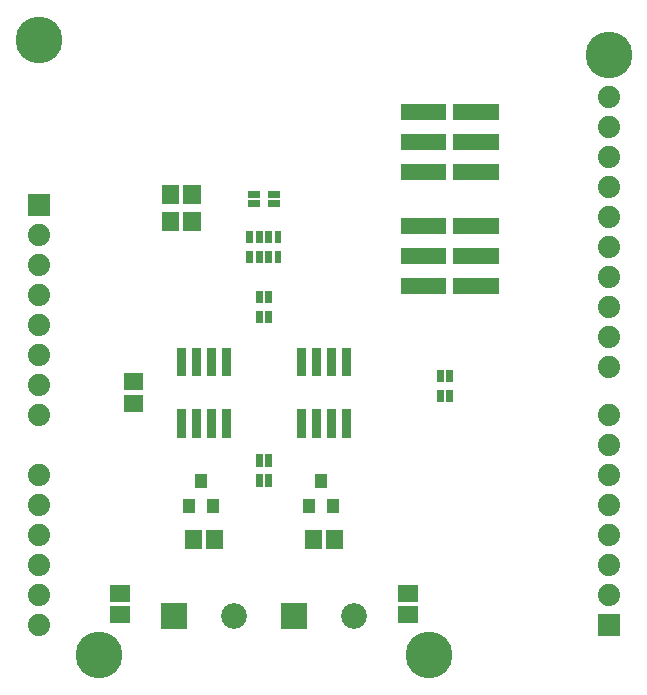
<source format=gbr>
G04 start of page 6 for group -4063 idx -4063 *
G04 Title: (unknown), componentmask *
G04 Creator: pcb 20140316 *
G04 CreationDate: Fri 13 Apr 2018 03:31:12 AM GMT UTC *
G04 For: railfan *
G04 Format: Gerber/RS-274X *
G04 PCB-Dimensions (mil): 2100.00 2700.00 *
G04 PCB-Coordinate-Origin: lower left *
%MOIN*%
%FSLAX25Y25*%
%LNTOPMASK*%
%ADD49R,0.0560X0.0560*%
%ADD48R,0.0300X0.0300*%
%ADD47R,0.0400X0.0400*%
%ADD46R,0.0572X0.0572*%
%ADD45R,0.0227X0.0227*%
%ADD44C,0.0860*%
%ADD43C,0.1560*%
%ADD42C,0.0740*%
%ADD41C,0.0001*%
G54D41*G36*
X196300Y23700D02*Y16300D01*
X203700D01*
Y23700D01*
X196300D01*
G37*
G54D42*X200000Y30000D03*
Y40000D03*
Y50000D03*
Y60000D03*
Y70000D03*
G54D43*X140000Y10000D03*
G54D44*X115000Y23000D03*
G54D42*X10000Y130000D03*
Y120000D03*
Y110000D03*
Y100000D03*
G54D41*G36*
X6300Y163700D02*Y156300D01*
X13700D01*
Y163700D01*
X6300D01*
G37*
G54D42*X10000Y150000D03*
Y140000D03*
G54D43*Y215000D03*
G54D42*X200000Y80000D03*
Y90000D03*
Y106000D03*
Y116000D03*
Y126000D03*
Y136000D03*
Y146000D03*
Y156000D03*
Y166000D03*
Y176000D03*
Y186000D03*
Y196000D03*
G54D43*Y210000D03*
G54D42*X10000Y90000D03*
Y70000D03*
Y60000D03*
Y50000D03*
Y40000D03*
Y30000D03*
Y20000D03*
G54D43*X30000Y10000D03*
G54D41*G36*
X50700Y27300D02*Y18700D01*
X59300D01*
Y27300D01*
X50700D01*
G37*
G54D44*X75000Y23000D03*
G54D41*G36*
X90700Y27300D02*Y18700D01*
X99300D01*
Y27300D01*
X90700D01*
G37*
G54D45*X86575Y75783D02*Y73913D01*
X83425Y75783D02*Y73913D01*
Y69087D02*Y67217D01*
X86575Y69087D02*Y67217D01*
G54D46*X101457Y48893D02*Y48107D01*
X108543Y48893D02*Y48107D01*
X61457Y48893D02*Y48107D01*
X68543Y48893D02*Y48107D01*
G54D47*X100100Y60100D02*Y59500D01*
G54D46*X132607Y23457D02*X133393D01*
X132607Y30543D02*X133393D01*
G54D47*X107900Y60100D02*Y59500D01*
G54D48*X112500Y111000D02*Y104500D01*
X107500Y111000D02*Y104500D01*
Y90500D02*Y84000D01*
X112500Y90500D02*Y84000D01*
G54D47*X104000Y68300D02*Y67700D01*
G54D48*X102500Y111000D02*Y104500D01*
X97500Y111000D02*Y104500D01*
Y90500D02*Y84000D01*
X102500Y90500D02*Y84000D01*
X62500Y111000D02*Y104500D01*
Y90500D02*Y84000D01*
X67500Y90500D02*Y84000D01*
X72500Y90500D02*Y84000D01*
G54D45*X87413Y160425D02*X89283D01*
X87413Y163575D02*X89283D01*
X80717D02*X82587D01*
X80717Y160425D02*X82587D01*
X89724Y150283D02*Y148413D01*
Y143587D02*Y141717D01*
X86575Y150283D02*Y148413D01*
Y143587D02*Y141717D01*
X83425Y150283D02*Y148413D01*
Y143587D02*Y141717D01*
X80276Y150283D02*Y148413D01*
Y143587D02*Y141717D01*
G54D47*X60100Y60100D02*Y59500D01*
X67900Y60100D02*Y59500D01*
X64000Y68300D02*Y67700D01*
G54D46*X41107Y101043D02*X41893D01*
X41107Y93957D02*X41893D01*
G54D48*X72500Y111000D02*Y104500D01*
X67500Y111000D02*Y104500D01*
X57500Y111000D02*Y104500D01*
Y90500D02*Y84000D01*
G54D46*X36607Y23457D02*X37393D01*
X36607Y30543D02*X37393D01*
G54D45*X86575Y130283D02*Y128413D01*
X83425Y130283D02*Y128413D01*
Y123587D02*Y121717D01*
X86575Y123587D02*Y121717D01*
G54D46*X61043Y163893D02*Y163107D01*
X53957Y163893D02*Y163107D01*
X61043Y154893D02*Y154107D01*
X53957Y154893D02*Y154107D01*
G54D49*X150996Y171000D02*X160484D01*
X150996Y181000D02*X160484D01*
X150996Y191000D02*X160484D01*
X133516D02*X143004D01*
X133516Y181000D02*X143004D01*
X133516Y171000D02*X143004D01*
X150996Y133000D02*X160484D01*
X133516D02*X143004D01*
X150996Y143000D02*X160484D01*
G54D45*X147000Y103935D02*Y102065D01*
X143850Y103935D02*Y102065D01*
Y97239D02*Y95369D01*
X147000Y97239D02*Y95369D01*
G54D49*X150996Y153000D02*X160484D01*
X133516D02*X143004D01*
X133516Y143000D02*X143004D01*
M02*

</source>
